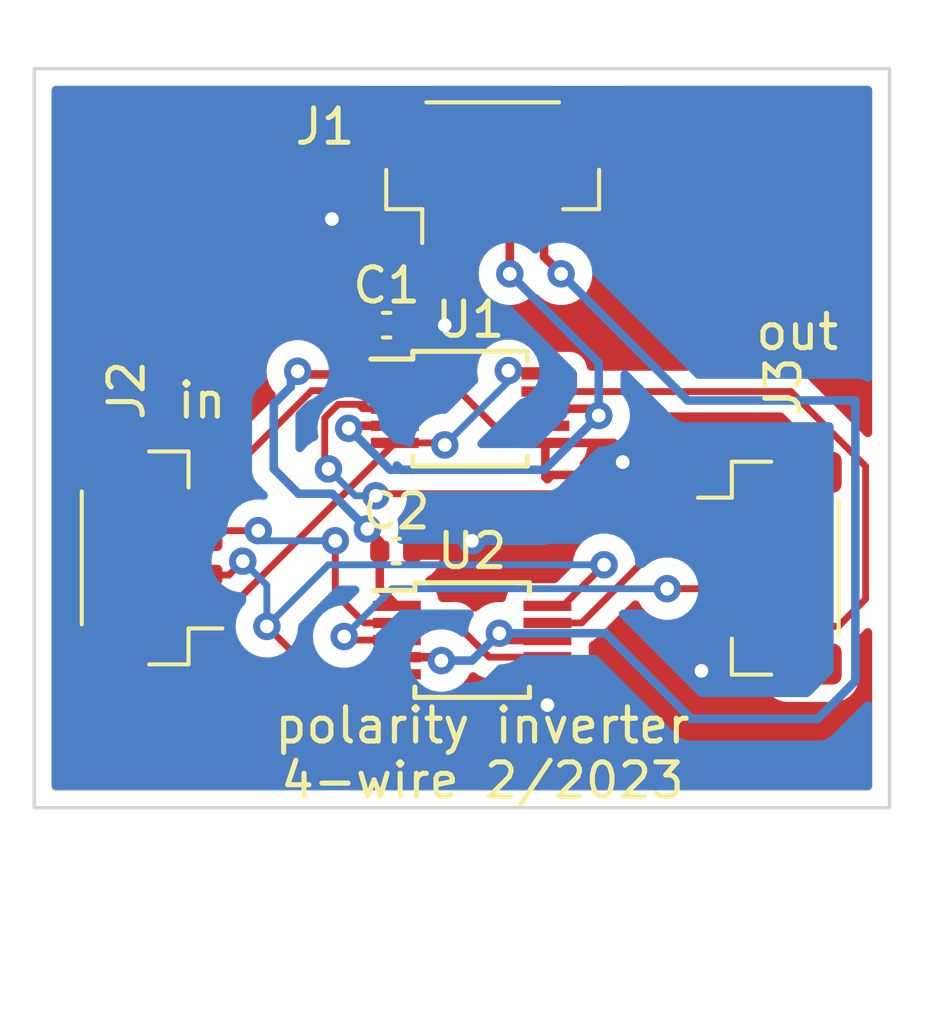
<source format=kicad_pcb>
(kicad_pcb (version 20211014) (generator pcbnew)
  (layers (0 "F.Cu" signal) (31 "B.Cu" signal) (34 "B.Paste" user) (35 "F.Paste" user) (36 "B.SilkS" user "B.Silkscreen") (37 "F.SilkS" user "F.Silkscreen") (38 "B.Mask" user) (39 "F.Mask" user) (44 "Edge.Cuts" user))
  (net 0 "")
  (net 1 "GND")
  (net 2 "VCC")
  (net 3 "/half_inverter/ctrl+")
  (net 4 "/half_inverter1/ctrl+")
  (net 5 "/half_inverter/in+")
  (net 6 "/half_inverter1/in+")
  (net 7 "/half_inverter1/in-")
  (net 8 "/half_inverter/in-")
  (net 9 "/half_inverter/out+")
  (net 10 "/half_inverter1/out-")
  (net 11 "/half_inverter1/out+")
  (net 12 "/half_inverter/out-")
  (footprint "Package_SO:MSOP-10_3x3mm_P0.5mm" (layer "F.Cu") (at 135.74 119.94)
    (fp_text reference "U1" (at 0 -2.6) (layer "F.SilkS"))
    (fp_text value "RS2105XN")
    (fp_line (start -1.675 -1.675) (end 1.675 -1.675) (layer "F.SilkS") (width 0.15))
    (fp_line (start 1.675 1.675) (end 1.675 1.375) (layer "F.SilkS") (width 0.15))
    (fp_line (start -1.675 1.675) (end -1.675 1.375) (layer "F.SilkS") (width 0.15))
    (fp_line (start -1.675 -1.675) (end -1.675 -1.45) (layer "F.SilkS") (width 0.15))
    (fp_line (start -1.675 -1.45) (end -2.9 -1.45) (layer "F.SilkS") (width 0.15))
    (fp_line (start 1.675 -1.675) (end 1.675 -1.375) (layer "F.SilkS") (width 0.15))
    (fp_line (start -1.675 1.675) (end 1.675 1.675) (layer "F.SilkS") (width 0.15))
    (pad "1" smd rect (at -2.2 -1) (size 1.4 0.3) (layers "F.Cu" "F.Paste" "F.Mask") (net 2 "VCC"))
    (pad "2" smd rect (at -2.2 -0.5) (size 1.4 0.3) (layers "F.Cu" "F.Paste" "F.Mask") (net 8 "/half_inverter/in-"))
    (pad "3" smd rect (at -2.2 0) (size 1.4 0.3) (layers "F.Cu" "F.Paste" "F.Mask") (net 9 "/half_inverter/out+"))
    (pad "4" smd rect (at -2.2 0.5) (size 1.4 0.3) (layers "F.Cu" "F.Paste" "F.Mask") (net 3 "/half_inverter/ctrl+"))
    (pad "5" smd rect (at -2.2 1) (size 1.4 0.3) (layers "F.Cu" "F.Paste" "F.Mask") (net 5 "/half_inverter/in+"))
    (pad "6" smd rect (at 2.2 1) (size 1.4 0.3) (layers "F.Cu" "F.Paste" "F.Mask") (net 1 "GND"))
    (pad "7" smd rect (at 2.2 0.5) (size 1.4 0.3) (layers "F.Cu" "F.Paste" "F.Mask") (net 8 "/half_inverter/in-"))
    (pad "8" smd rect (at 2.2 0) (size 1.4 0.3) (layers "F.Cu" "F.Paste" "F.Mask") (net 3 "/half_inverter/ctrl+"))
    (pad "9" smd rect (at 2.2 -0.5) (size 1.4 0.3) (layers "F.Cu" "F.Paste" "F.Mask") (net 12 "/half_inverter/out-"))
    (pad "10" smd rect (at 2.2 -1) (size 1.4 0.3) (layers "F.Cu" "F.Paste" "F.Mask") (net 5 "/half_inverter/in+"))
  )
  (footprint "Capacitor_SMD:C_0402_1005Metric" (layer "F.Cu") (at 133.58 124.1)
    (fp_text reference "C2" (at 0 -1.16) (layer "F.SilkS"))
    (fp_text value "100nF")
    (fp_line (start -0.107836 0.36) (end 0.107836 0.36) (layer "F.SilkS") (width 0.12))
    (fp_line (start -0.107836 -0.36) (end 0.107836 -0.36) (layer "F.SilkS") (width 0.12))
    (pad "1" smd roundrect (at -0.48 0) (size 0.56 0.62) (layers "F.Cu" "F.Paste" "F.Mask") (net 2 "VCC"))
    (pad "2" smd roundrect (at 0.48 0) (size 0.56 0.62) (layers "F.Cu" "F.Paste" "F.Mask") (net 1 "GND"))
  )
  (footprint "Connector_JST:JST_SH_BM04B-SRSS-TB_1x04-1MP_P1.00mm_Vertical" (layer "F.Cu") (at 136.4 113)
    (fp_text reference "J1" (at -4.9 -1.3) (layer "F.SilkS"))
    (fp_text value "JST_SH_Conn_01x04_i2c_horizontal")
    (fp_line (start -3.11 -0.04) (end -3.11 1.11) (layer "F.SilkS") (width 0.12))
    (fp_line (start -1.94 -2.01) (end 1.94 -2.01) (layer "F.SilkS") (width 0.12))
    (fp_line (start -2.06 1.11) (end -2.06 2.1) (layer "F.SilkS") (width 0.12))
    (fp_line (start -3.11 1.11) (end -2.06 1.11) (layer "F.SilkS") (width 0.12))
    (fp_line (start 3.11 1.11) (end 2.06 1.11) (layer "F.SilkS") (width 0.12))
    (fp_line (start 3.11 -0.04) (end 3.11 1.11) (layer "F.SilkS") (width 0.12))
    (pad "1" smd roundrect (at -1.5 1.325) (size 0.6 1.55) (layers "F.Cu" "F.Paste" "F.Mask") (net 1 "GND"))
    (pad "2" smd roundrect (at -0.5 1.325) (size 0.6 1.55) (layers "F.Cu" "F.Paste" "F.Mask") (net 2 "VCC"))
    (pad "3" smd roundrect (at 0.5 1.325) (size 0.6 1.55) (layers "F.Cu" "F.Paste" "F.Mask") (net 3 "/half_inverter/ctrl+"))
    (pad "4" smd roundrect (at 1.5 1.325) (size 0.6 1.55) (layers "F.Cu" "F.Paste" "F.Mask") (net 4 "/half_inverter1/ctrl+"))
    (pad "MP" smd roundrect (at -2.8 -1.2) (size 1.2 1.8) (layers "F.Cu" "F.Paste" "F.Mask") (roundrect_rratio 0.2083333333))
    (pad "MP" smd roundrect (at 2.8 -1.2) (size 1.2 1.8) (layers "F.Cu" "F.Paste" "F.Mask") (roundrect_rratio 0.2083333333))
  )
  (footprint "Connector_JST:JST_SH_BM04B-SRSS-TB_1x04-1MP_P1.00mm_Vertical" (layer "F.Cu") (at 126.4 124.3 90)
    (fp_text reference "J2" (at 4.9 -0.7 90) (layer "F.SilkS"))
    (fp_text value "JST_SH_Conn_01x04_i2c_horizontal")
    (fp_line (start 3.11 1.11) (end 2.06 1.11) (layer "F.SilkS") (width 0.12))
    (fp_line (start -3.11 1.11) (end -2.06 1.11) (layer "F.SilkS") (width 0.12))
    (fp_line (start -3.11 -0.04) (end -3.11 1.11) (layer "F.SilkS") (width 0.12))
    (fp_line (start -2.06 1.11) (end -2.06 2.1) (layer "F.SilkS") (width 0.12))
    (fp_line (start -1.94 -2.01) (end 1.94 -2.01) (layer "F.SilkS") (width 0.12))
    (fp_line (start 3.11 -0.04) (end 3.11 1.11) (layer "F.SilkS") (width 0.12))
    (pad "1" smd roundrect (at -1.5 1.325 90) (size 0.6 1.55) (layers "F.Cu" "F.Paste" "F.Mask") (net 5 "/half_inverter/in+"))
    (pad "2" smd roundrect (at -0.5 1.325 90) (size 0.6 1.55) (layers "F.Cu" "F.Paste" "F.Mask") (net 6 "/half_inverter1/in+"))
    (pad "3" smd roundrect (at 0.5 1.325 90) (size 0.6 1.55) (layers "F.Cu" "F.Paste" "F.Mask") (net 7 "/half_inverter1/in-"))
    (pad "4" smd roundrect (at 1.5 1.325 90) (size 0.6 1.55) (layers "F.Cu" "F.Paste" "F.Mask") (net 8 "/half_inverter/in-"))
    (pad "MP" smd roundrect (at 2.8 -1.2 90) (size 1.2 1.8) (layers "F.Cu" "F.Paste" "F.Mask") (roundrect_rratio 0.2083333333))
    (pad "MP" smd roundrect (at -2.8 -1.2 90) (size 1.2 1.8) (layers "F.Cu" "F.Paste" "F.Mask") (roundrect_rratio 0.2083333333))
  )
  (footprint "Package_SO:MSOP-10_3x3mm_P0.5mm" (layer "F.Cu") (at 135.8 126.7)
    (fp_text reference "U2" (at 0 -2.6) (layer "F.SilkS"))
    (fp_text value "RS2105XN")
    (fp_line (start 1.675 -1.675) (end 1.675 -1.375) (layer "F.SilkS") (width 0.15))
    (fp_line (start -1.675 1.675) (end 1.675 1.675) (layer "F.SilkS") (width 0.15))
    (fp_line (start 1.675 1.675) (end 1.675 1.375) (layer "F.SilkS") (width 0.15))
    (fp_line (start -1.675 1.675) (end -1.675 1.375) (layer "F.SilkS") (width 0.15))
    (fp_line (start -1.675 -1.675) (end 1.675 -1.675) (layer "F.SilkS") (width 0.15))
    (fp_line (start -1.675 -1.45) (end -2.9 -1.45) (layer "F.SilkS") (width 0.15))
    (fp_line (start -1.675 -1.675) (end -1.675 -1.45) (layer "F.SilkS") (width 0.15))
    (pad "1" smd rect (at -2.2 -1) (size 1.4 0.3) (layers "F.Cu" "F.Paste" "F.Mask") (net 2 "VCC"))
    (pad "2" smd rect (at -2.2 -0.5) (size 1.4 0.3) (layers "F.Cu" "F.Paste" "F.Mask") (net 7 "/half_inverter1/in-"))
    (pad "3" smd rect (at -2.2 0) (size 1.4 0.3) (layers "F.Cu" "F.Paste" "F.Mask") (net 11 "/half_inverter1/out+"))
    (pad "4" smd rect (at -2.2 0.5) (size 1.4 0.3) (layers "F.Cu" "F.Paste" "F.Mask") (net 4 "/half_inverter1/ctrl+"))
    (pad "5" smd rect (at -2.2 1) (size 1.4 0.3) (layers "F.Cu" "F.Paste" "F.Mask") (net 6 "/half_inverter1/in+"))
    (pad "6" smd rect (at 2.2 1) (size 1.4 0.3) (layers "F.Cu" "F.Paste" "F.Mask") (net 1 "GND"))
    (pad "7" smd rect (at 2.2 0.5) (size 1.4 0.3) (layers "F.Cu" "F.Paste" "F.Mask") (net 7 "/half_inverter1/in-"))
    (pad "8" smd rect (at 2.2 0) (size 1.4 0.3) (layers "F.Cu" "F.Paste" "F.Mask") (net 4 "/half_inverter1/ctrl+"))
    (pad "9" smd rect (at 2.2 -0.5) (size 1.4 0.3) (layers "F.Cu" "F.Paste" "F.Mask") (net 10 "/half_inverter1/out-"))
    (pad "10" smd rect (at 2.2 -1) (size 1.4 0.3) (layers "F.Cu" "F.Paste" "F.Mask") (net 6 "/half_inverter1/in+"))
  )
  (footprint "Capacitor_SMD:C_0402_1005Metric" (layer "F.Cu") (at 133.3 117.5)
    (fp_text reference "C1" (at 0 -1.16) (layer "F.SilkS"))
    (fp_text value "100nF")
    (fp_line (start -0.107836 -0.36) (end 0.107836 -0.36) (layer "F.SilkS") (width 0.12))
    (fp_line (start -0.107836 0.36) (end 0.107836 0.36) (layer "F.SilkS") (width 0.12))
    (pad "1" smd roundrect (at -0.48 0) (size 0.56 0.62) (layers "F.Cu" "F.Paste" "F.Mask") (net 2 "VCC"))
    (pad "2" smd roundrect (at 0.48 0) (size 0.56 0.62) (layers "F.Cu" "F.Paste" "F.Mask") (net 1 "GND"))
  )
  (footprint "Connector_JST:JST_SH_BM04B-SRSS-TB_1x04-1MP_P1.00mm_Vertical" (layer "F.Cu") (at 144.5 124.6 -90)
    (fp_text reference "J3" (at -5.3 -0.4 90) (layer "F.SilkS"))
    (fp_text value "JST_SH_Conn_01x04_i2c_horizontal")
    (fp_line (start -1.94 -2.01) (end 1.94 -2.01) (layer "F.SilkS") (width 0.12))
    (fp_line (start 3.11 -0.04) (end 3.11 1.11) (layer "F.SilkS") (width 0.12))
    (fp_line (start -3.11 -0.04) (end -3.11 1.11) (layer "F.SilkS") (width 0.12))
    (fp_line (start 3.11 1.11) (end 2.06 1.11) (layer "F.SilkS") (width 0.12))
    (fp_line (start -2.06 1.11) (end -2.06 2.1) (layer "F.SilkS") (width 0.12))
    (fp_line (start -3.11 1.11) (end -2.06 1.11) (layer "F.SilkS") (width 0.12))
    (pad "1" smd roundrect (at -1.5 1.325 270) (size 0.6 1.55) (layers "F.Cu" "F.Paste" "F.Mask") (net 9 "/half_inverter/out+"))
    (pad "2" smd roundrect (at -0.5 1.325 270) (size 0.6 1.55) (layers "F.Cu" "F.Paste" "F.Mask") (net 10 "/half_inverter1/out-"))
    (pad "3" smd roundrect (at 0.5 1.325 270) (size 0.6 1.55) (layers "F.Cu" "F.Paste" "F.Mask") (net 11 "/half_inverter1/out+"))
    (pad "4" smd roundrect (at 1.5 1.325 270) (size 0.6 1.55) (layers "F.Cu" "F.Paste" "F.Mask") (net 12 "/half_inverter/out-"))
    (pad "MP" smd roundrect (at 2.8 -1.2 270) (size 1.2 1.8) (layers "F.Cu" "F.Paste" "F.Mask") (roundrect_rratio 0.2083333333))
    (pad "MP" smd roundrect (at -2.8 -1.2 270) (size 1.2 1.8) (layers "F.Cu" "F.Paste" "F.Mask") (roundrect_rratio 0.2083333333))
  )
  (gr_rect (start 123 110) (end 148 131.6) (layer "Edge.Cuts") (width 0.1) (fill none))
  (gr_text "polarity inverter\n4-wire 2/2023" (at 136.1 130) (layer "F.SilkS") (effects (font (size 1 1))))
  (gr_text "out" (at 145.3 117.7) (layer "F.SilkS") (effects (font (size 1 1))))
  (gr_text "in" (at 127.9 119.7) (layer "F.SilkS") (effects (font (size 1 1))))
  (segment (start 138 127.7) (end 139.4 127.7) (width 0.25) (layer "F.Cu") (net 1))
  (segment (start 139.5 127.6) (end 139.4 127.7) (width 0.25) (layer "F.Cu") (net 1))
  (segment (start 134.06 124.1) (end 135.49706 124.1) (width 0.25) (layer "F.Cu") (net 1))
  (segment (start 138.124519 121.875481) (end 139.824519 121.875481) (width 0.25) (layer "F.Cu") (net 1))
  (segment (start 139.8 127.6) (end 142.5 127.6) (width 0.25) (layer "F.Cu") (net 1))
  (segment (start 139.8 127.6) (end 139.7 127.7) (width 0.25) (layer "F.Cu") (net 1))
  (segment (start 138 128.6) (end 138 127.7) (width 0.25) (layer "F.Cu") (net 1))
  (segment (start 139.8 127.6) (end 139.5 127.6) (width 0.25) (layer "F.Cu") (net 1))
  (segment (start 138.8 128.6) (end 138 128.6) (width 0.25) (layer "F.Cu") (net 1))
  (segment (start 140.2 121.2) (end 140.2 121.5) (width 0.25) (layer "F.Cu") (net 1))
  (segment (start 139.94 120.94) (end 137.94 120.94) (width 0.25) (layer "F.Cu") (net 1))
  (segment (start 139.7 127.7) (end 138.8 128.6) (width 0.25) (layer "F.Cu") (net 1))
  (segment (start 137.94 120.94) (end 137.94 121.94) (width 0.25) (layer "F.Cu") (net 1))
  (segment (start 133.78 117.5) (end 135 117.5) (width 0.25) (layer "F.Cu") (net 1))
  (segment (start 134.9 114.325) (end 131.775 114.325) (width 0.25) (layer "F.Cu") (net 1))
  (segment (start 138 122) (end 138.124519 121.875481) (width 0.25) (layer "F.Cu") (net 1))
  (segment (start 139.94 120.94) (end 140.2 121.2) (width 0.25) (layer "F.Cu") (net 1))
  (segment (start 139.824519 121.875481) (end 140.2 121.5) (width 0.25) (layer "F.Cu") (net 1))
  (segment (start 138 122) (end 137.94 121.94) (width 0.25) (layer "F.Cu") (net 1))
  (segment (start 135.49706 124.1) (end 135.79606 123.801) (width 0.25) (layer "F.Cu") (net 1))
  (segment (start 131.775 114.325) (end 131.7 114.4) (width 0.25) (layer "F.Cu") (net 1))
  (via (at 135 117.5) (size 0.8) (drill 0.4) (layers "F.Cu" "B.Cu") (net 1))
  (via (at 142.5 127.6) (size 0.8) (drill 0.4) (layers "F.Cu" "B.Cu") (net 1))
  (via (at 140.2 121.5) (size 0.8) (drill 0.4) (layers "F.Cu" "B.Cu") (net 1))
  (via (at 138 128.6) (size 0.8) (drill 0.4) (layers "F.Cu" "B.Cu") (net 1))
  (via (at 135.79606 123.801) (size 0.8) (drill 0.4) (layers "F.Cu" "B.Cu") (net 1))
  (via (at 131.7 114.4) (size 0.8) (drill 0.4) (layers "F.Cu" "B.Cu") (net 1))
  (segment (start 137.899 123.801) (end 140.2 121.5) (width 0.25) (layer "B.Cu") (net 1))
  (segment (start 135.79606 123.801) (end 137.899 123.801) (width 0.25) (layer "B.Cu") (net 1))
  (segment (start 132.82 117.18) (end 132.82 117.5) (width 0.25) (layer "F.Cu") (net 2))
  (segment (start 133.6 125.7) (end 133.1 125.2) (width 0.25) (layer "F.Cu") (net 2))
  (segment (start 133.1 124.1) (end 133.1 123.815702) (width 0.25) (layer "F.Cu") (net 2))
  (segment (start 134.671072 116) (end 134 116) (width 0.25) (layer "F.Cu") (net 2))
  (segment (start 133.1 125.2) (end 133.1 124.1) (width 0.25) (layer "F.Cu") (net 2))
  (segment (start 135.9 114.771072) (end 134.671072 116) (width 0.25) (layer "F.Cu") (net 2))
  (segment (start 132.82 118.22) (end 133.54 118.94) (width 0.25) (layer "F.Cu") (net 2))
  (segment (start 133.1 123.815702) (end 132.737354 123.453056) (width 0.25) (layer "F.Cu") (net 2))
  (segment (start 130.700841 118.847511) (end 130.79333 118.94) (width 0.25) (layer "F.Cu") (net 2))
  (segment (start 130.79333 118.94) (end 133.54 118.94) (width 0.25) (layer "F.Cu") (net 2))
  (segment (start 134 116) (end 132.82 117.18) (width 0.25) (layer "F.Cu") (net 2))
  (segment (start 132.82 117.5) (end 132.82 118.22) (width 0.25) (layer "F.Cu") (net 2))
  (via (at 132.737354 123.453056) (size 0.8) (drill 0.4) (layers "F.Cu" "B.Cu") (net 2))
  (via (at 130.700841 118.847511) (size 0.8) (drill 0.4) (layers "F.Cu" "B.Cu") (net 2))
  (segment (start 130 121.7) (end 130 119.8) (width 0.25) (layer "B.Cu") (net 2))
  (segment (start 130.5 119.048352) (end 130.700841 118.847511) (width 0.25) (layer "B.Cu") (net 2))
  (segment (start 132.737354 123.453056) (end 131.708809 122.424511) (width 0.25) (layer "B.Cu") (net 2))
  (segment (start 130 119.8) (end 130.5 119.3) (width 0.25) (layer "B.Cu") (net 2))
  (segment (start 130.5 119.3) (end 130.5 119.048352) (width 0.25) (layer "B.Cu") (net 2))
  (segment (start 130.724511 122.424511) (end 130 121.7) (width 0.25) (layer "B.Cu") (net 2))
  (segment (start 131.708809 122.424511) (end 130.724511 122.424511) (width 0.25) (layer "B.Cu") (net 2))
  (segment (start 137.94 119.94) (end 139.3005 119.94) (width 0.25) (layer "F.Cu") (net 3))
  (segment (start 132.264089 120.44) (end 132.190544 120.513545) (width 0.25) (layer "F.Cu") (net 3))
  (segment (start 133.54 120.44) (end 132.264089 120.44) (width 0.25) (layer "F.Cu") (net 3))
  (segment (start 136.9 114.325) (end 136.9 116) (width 0.25) (layer "F.Cu") (net 3))
  (segment (start 139.3005 119.94) (end 139.5 120.1395) (width 0.25) (layer "F.Cu") (net 3))
  (via (at 136.9 116) (size 0.8) (drill 0.4) (layers "F.Cu" "B.Cu") (net 3))
  (via (at 132.190544 120.513545) (size 0.8) (drill 0.4) (layers "F.Cu" "B.Cu") (net 3))
  (via (at 139.5 120.1395) (size 0.8) (drill 0.4) (layers "F.Cu" "B.Cu") (net 3))
  (segment (start 139.5 118.6) (end 139.5 120.1395) (width 0.25) (layer "B.Cu") (net 3))
  (segment (start 139.5 120.1395) (end 137.914989 121.724511) (width 0.25) (layer "B.Cu") (net 3))
  (segment (start 133.724511 121.724511) (end 133.6 121.6) (width 0.25) (layer "B.Cu") (net 3))
  (segment (start 133.40151 121.724511) (end 134.075489 121.724511) (width 0.25) (layer "B.Cu") (net 3))
  (segment (start 136.9 116) (end 139.5 118.6) (width 0.25) (layer "B.Cu") (net 3))
  (segment (start 132.190544 120.513545) (end 133.40151 121.724511) (width 0.25) (layer "B.Cu") (net 3))
  (segment (start 134.075489 121.724511) (end 133.724511 121.724511) (width 0.25) (layer "B.Cu") (net 3))
  (segment (start 137.914989 121.724511) (end 134.075489 121.724511) (width 0.25) (layer "B.Cu") (net 3))
  (segment (start 133.6 127.2) (end 134.8 127.2) (width 0.25) (layer "F.Cu") (net 4))
  (segment (start 136.794122 126.7) (end 138 126.7) (width 0.25) (layer "F.Cu") (net 4))
  (segment (start 137.9 114.325) (end 137.9 115.5) (width 0.25) (layer "F.Cu") (net 4))
  (segment (start 134.8 127.2) (end 134.9 127.3) (width 0.25) (layer "F.Cu") (net 4))
  (segment (start 136.594622 126.5005) (end 136.794122 126.7) (width 0.25) (layer "F.Cu") (net 4))
  (segment (start 137.9 115.5) (end 138.4 116) (width 0.25) (layer "F.Cu") (net 4))
  (via (at 134.9 127.3) (size 0.8) (drill 0.4) (layers "F.Cu" "B.Cu") (net 4))
  (via (at 138.4 116) (size 0.8) (drill 0.4) (layers "F.Cu" "B.Cu") (net 4))
  (via (at 136.594622 126.5005) (size 0.8) (drill 0.4) (layers "F.Cu" "B.Cu") (net 4))
  (segment (start 142.2 129) (end 139.7005 126.5005) (width 0.25) (layer "B.Cu") (net 4))
  (segment (start 135.795122 127.3) (end 136.594622 126.5005) (width 0.25) (layer "B.Cu") (net 4))
  (segment (start 134.9 127.3) (end 135.795122 127.3) (width 0.25) (layer "B.Cu") (net 4))
  (segment (start 145.9 129) (end 142.2 129) (width 0.25) (layer "B.Cu") (net 4))
  (segment (start 142.1 119.7) (end 147 119.7) (width 0.25) (layer "B.Cu") (net 4))
  (segment (start 147 119.7) (end 147 127.9) (width 0.25) (layer "B.Cu") (net 4))
  (segment (start 138.4 116) (end 142.1 119.7) (width 0.25) (layer "B.Cu") (net 4))
  (segment (start 139.7005 126.5005) (end 136.594622 126.5005) (width 0.25) (layer "B.Cu") (net 4))
  (segment (start 147 127.9) (end 145.9 129) (width 0.25) (layer "B.Cu") (net 4))
  (segment (start 134.94 120.94) (end 135 121) (width 0.2) (layer "F.Cu") (net 5))
  (segment (start 128.68 125.8) (end 127.725 125.8) (width 0.2) (layer "F.Cu") (net 5))
  (segment (start 133.54 120.94) (end 128.68 125.8) (width 0.2) (layer "F.Cu") (net 5))
  (segment (start 136.857777 118.828147) (end 137.828147 118.828147) (width 0.2) (layer "F.Cu") (net 5))
  (segment (start 137.828147 118.828147) (end 137.94 118.94) (width 0.2) (layer "F.Cu") (net 5))
  (segment (start 133.54 120.94) (end 134.94 120.94) (width 0.2) (layer "F.Cu") (net 5))
  (via (at 136.857777 118.828147) (size 0.8) (drill 0.4) (layers "F.Cu" "B.Cu") (net 5))
  (via (at 135 121) (size 0.8) (drill 0.4) (layers "F.Cu" "B.Cu") (net 5))
  (segment (start 135 121) (end 136.857777 119.142223) (width 0.2) (layer "B.Cu") (net 5))
  (segment (start 136.857777 119.142223) (end 136.857777 118.828147) (width 0.2) (layer "B.Cu") (net 5))
  (segment (start 138.455878 125.7) (end 139.655378 124.5005) (width 0.2) (layer "F.Cu") (net 6))
  (segment (start 131.2 127.7) (end 133.6 127.7) (width 0.2) (layer "F.Cu") (net 6))
  (segment (start 128.690756 124.8) (end 129.095378 124.395378) (width 0.2) (layer "F.Cu") (net 6))
  (segment (start 129.8 126.3) (end 131.2 127.7) (width 0.2) (layer "F.Cu") (net 6))
  (segment (start 127.725 124.8) (end 128.690756 124.8) (width 0.2) (layer "F.Cu") (net 6))
  (via (at 139.655378 124.5005) (size 0.8) (drill 0.4) (layers "F.Cu" "B.Cu") (net 6))
  (via (at 129.095378 124.395378) (size 0.8) (drill 0.4) (layers "F.Cu" "B.Cu") (net 6))
  (via (at 129.8 126.3) (size 0.8) (drill 0.4) (layers "F.Cu" "B.Cu") (net 6))
  (segment (start 131.5995 124.5005) (end 129.8 126.3) (width 0.2) (layer "B.Cu") (net 6))
  (segment (start 131.5995 124.5005) (end 139.655378 124.5005) (width 0.2) (layer "B.Cu") (net 6))
  (segment (start 129.095378 124.395378) (end 129.8 125.1) (width 0.2) (layer "B.Cu") (net 6))
  (segment (start 129.8 125.1) (end 129.8 126.3) (width 0.2) (layer "B.Cu") (net 6))
  (segment (start 131.8 125.349022) (end 131.8 123.8) (width 0.2) (layer "F.Cu") (net 7))
  (segment (start 135.3 126.2) (end 136.3 127.2) (width 0.2) (layer "F.Cu") (net 7))
  (segment (start 129.548571 123.504523) (end 128.020477 123.504523) (width 0.2) (layer "F.Cu") (net 7))
  (segment (start 133.6 126.2) (end 135.3 126.2) (width 0.2) (layer "F.Cu") (net 7))
  (segment (start 136.3 127.2) (end 138 127.2) (width 0.2) (layer "F.Cu") (net 7))
  (segment (start 132.650978 126.2) (end 131.8 125.349022) (width 0.2) (layer "F.Cu") (net 7))
  (segment (start 133.6 126.2) (end 132.650978 126.2) (width 0.2) (layer "F.Cu") (net 7))
  (segment (start 128.020477 123.504523) (end 127.725 123.8) (width 0.2) (layer "F.Cu") (net 7))
  (via (at 131.8 123.8) (size 0.8) (drill 0.4) (layers "F.Cu" "B.Cu") (net 7))
  (via (at 129.548571 123.504523) (size 0.8) (drill 0.4) (layers "F.Cu" "B.Cu") (net 7))
  (segment (start 131.8 123.8) (end 129.6 123.8) (width 0.2) (layer "B.Cu") (net 7))
  (segment (start 129.6 123.8) (end 129.6 123.555952) (width 0.2) (layer "B.Cu") (net 7))
  (segment (start 129.6 123.555952) (end 129.548571 123.504523) (width 0.2) (layer "B.Cu") (net 7))
  (segment (start 136.44 120.44) (end 137.94 120.44) (width 0.2) (layer "F.Cu") (net 8))
  (segment (start 133.514514 119.414514) (end 131.110486 119.414514) (width 0.2) (layer "F.Cu") (net 8))
  (segment (start 135.44 119.44) (end 136.44 120.44) (width 0.2) (layer "F.Cu") (net 8))
  (segment (start 131.110486 119.414514) (end 127.725 122.8) (width 0.2) (layer "F.Cu") (net 8))
  (segment (start 133.54 119.44) (end 135.44 119.44) (width 0.2) (layer "F.Cu") (net 8))
  (segment (start 133.324519 122.424519) (end 133.264416 122.484622) (width 0.2) (layer "F.Cu") (net 9))
  (segment (start 133.264416 122.484622) (end 132.984622 122.484622) (width 0.2) (layer "F.Cu") (net 9))
  (segment (start 131.491033 120.208967) (end 131.885966 119.814034) (width 0.2) (layer "F.Cu") (net 9))
  (segment (start 139.8 123.1) (end 139 122.3) (width 0.2) (layer "F.Cu") (net 9))
  (segment (start 131.885966 119.814034) (end 132.614034 119.814034) (width 0.2) (layer "F.Cu") (net 9))
  (segment (start 143.175 123.1) (end 139.8 123.1) (width 0.2) (layer "F.Cu") (net 9))
  (segment (start 132.60048 119.94) (end 132.5 119.83952) (width 0.2) (layer "F.Cu") (net 9))
  (segment (start 138.875481 122.424519) (end 133.324519 122.424519) (width 0.2) (layer "F.Cu") (net 9))
  (segment (start 132.614034 119.814034) (end 132.74 119.94) (width 0.2) (layer "F.Cu") (net 9))
  (segment (start 139 122.3) (end 138.875481 122.424519) (width 0.2) (layer "F.Cu") (net 9))
  (segment (start 133.54 119.94) (end 132.60048 119.94) (width 0.2) (layer "F.Cu") (net 9))
  (segment (start 132.74 119.94) (end 133.54 119.94) (width 0.2) (layer "F.Cu") (net 9))
  (segment (start 131.6 121.7) (end 131.491033 121.591033) (width 0.2) (layer "F.Cu") (net 9))
  (segment (start 131.491033 121.591033) (end 131.491033 120.208967) (width 0.2) (layer "F.Cu") (net 9))
  (via (at 131.6 121.7) (size 0.8) (drill 0.4) (layers "F.Cu" "B.Cu") (net 9))
  (via (at 132.984622 122.484622) (size 0.8) (drill 0.4) (layers "F.Cu" "B.Cu") (net 9))
  (segment (start 132.384622 122.484622) (end 131.6 121.7) (width 0.2) (layer "B.Cu") (net 9))
  (segment (start 132.984622 122.484622) (end 132.384622 122.484622) (width 0.2) (layer "B.Cu") (net 9))
  (segment (start 141.1 124.1) (end 143.175 124.1) (width 0.2) (layer "F.Cu") (net 10))
  (segment (start 139 126.2) (end 141.1 124.1) (width 0.2) (layer "F.Cu") (net 10))
  (segment (start 138 126.2) (end 139 126.2) (width 0.2) (layer "F.Cu") (net 10))
  (segment (start 141.5 125.2) (end 143.075 125.2) (width 0.2) (layer "F.Cu") (net 11))
  (segment (start 133.6 126.7) (end 132.161734 126.7) (width 0.2) (layer "F.Cu") (net 11))
  (segment (start 132.161734 126.7) (end 132.058867 126.597133) (width 0.2) (layer "F.Cu") (net 11))
  (via (at 132.058867 126.597133) (size 0.8) (drill 0.4) (layers "F.Cu" "B.Cu") (net 11))
  (via (at 141.5 125.2) (size 0.8) (drill 0.4) (layers "F.Cu" "B.Cu") (net 11))
  (segment (start 133.456 125.2) (end 141.5 125.2) (width 0.2) (layer "B.Cu") (net 11))
  (segment (start 132.058867 126.597133) (end 133.456 125.2) (width 0.2) (layer "B.Cu") (net 11))
  (segment (start 147.3 121.622862) (end 147.3 125.5) (width 0.2) (layer "F.Cu") (net 12))
  (segment (start 137.94 119.44) (end 145.117138 119.44) (width 0.2) (layer "F.Cu") (net 12))
  (segment (start 145.117138 119.44) (end 147.3 121.622862) (width 0.2) (layer "F.Cu") (net 12))
  (segment (start 147.3 125.5) (end 146.5 126.3) (width 0.2) (layer "F.Cu") (net 12))
  (segment (start 146.5 126.3) (end 143.375 126.3) (width 0.2) (layer "F.Cu") (net 12))
  (zone (net 1) (net_name "GND") (layers F&B.Cu) (connect_pads (clearance 0.508)) (min_thickness 0.254) (fill yes (thermal_gap 0.508) (thermal_bridge_width 0.508))
    (polygon (pts (xy 149 132.8) (xy 122 132.8) (xy 122 108) (xy 149 108)))
  )
)
</source>
